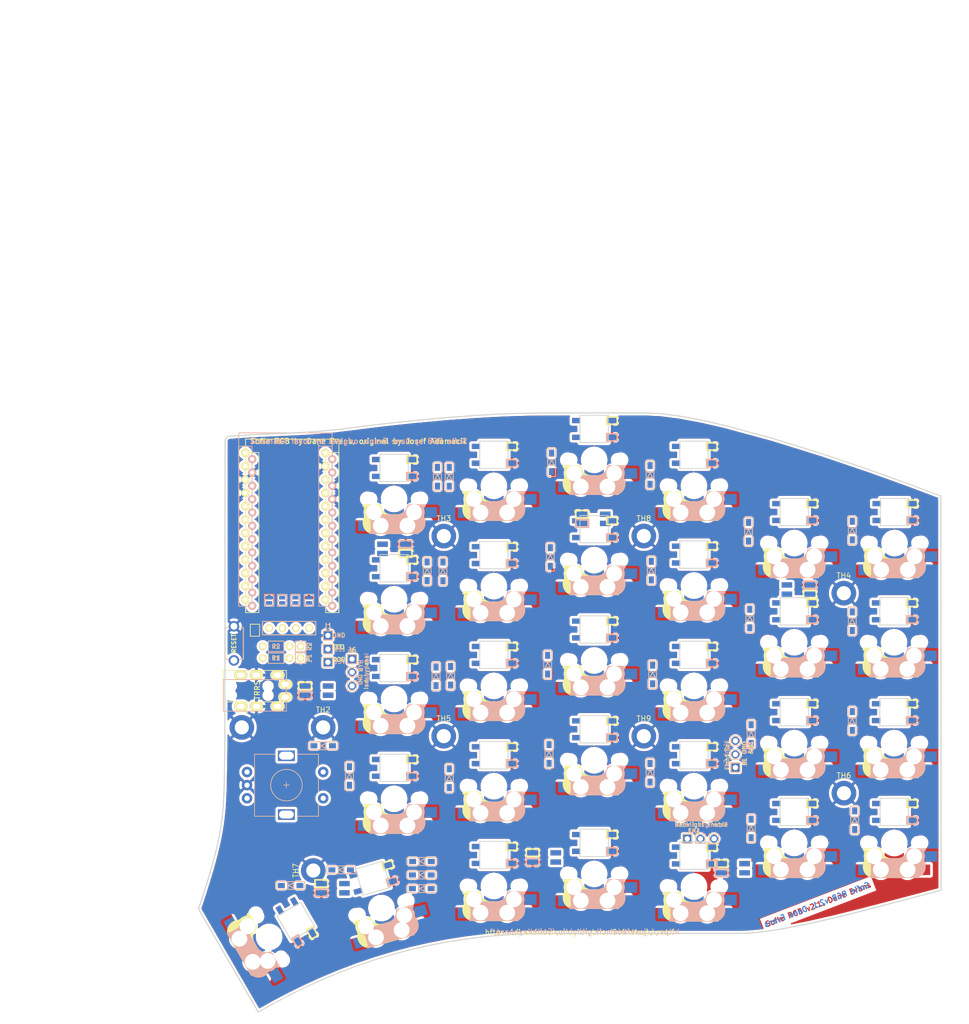
<source format=kicad_pcb>
(kicad_pcb (version 20211014) (generator pcbnew)
  (layers (0 "F.Cu" signal) (31 "B.Cu" signal) (34 "B.Paste" user) (35 "F.Paste" user) (36 "B.SilkS" user "B.Silkscreen") (37 "F.SilkS" user "F.Silkscreen") (38 "B.Mask" user) (39 "F.Mask" user) (44 "Edge.Cuts" user))
  (net 0 "")
  (net 1 "Net-(D1-Pad2)")
  (net 2 "row4")
  (net 3 "Net-(D2-Pad2)")
  (net 4 "Net-(D3-Pad2)")
  (net 5 "row0")
  (net 6 "Net-(D4-Pad2)")
  (net 7 "row1")
  (net 8 "Net-(D5-Pad2)")
  (net 9 "row2")
  (net 10 "Net-(D6-Pad2)")
  (net 11 "row3")
  (net 12 "Net-(D7-Pad2)")
  (net 13 "Net-(D8-Pad2)")
  (net 14 "Net-(D9-Pad2)")
  (net 15 "Net-(D10-Pad2)")
  (net 16 "Net-(D11-Pad2)")
  (net 17 "Net-(D12-Pad2)")
  (net 18 "Net-(D13-Pad2)")
  (net 19 "Net-(D14-Pad2)")
  (net 20 "Net-(D15-Pad2)")
  (net 21 "Net-(D16-Pad2)")
  (net 22 "Net-(D17-Pad2)")
  (net 23 "Net-(D18-Pad2)")
  (net 24 "Net-(D19-Pad2)")
  (net 25 "Net-(D20-Pad2)")
  (net 26 "Net-(D21-Pad2)")
  (net 27 "Net-(D22-Pad2)")
  (net 28 "Net-(D23-Pad2)")
  (net 29 "Net-(D24-Pad2)")
  (net 30 "Net-(D26-Pad2)")
  (net 31 "Net-(D27-Pad2)")
  (net 32 "Net-(D28-Pad2)")
  (net 33 "VCC")
  (net 34 "GND")
  (net 35 "col0")
  (net 36 "col1")
  (net 37 "col2")
  (net 38 "col3")
  (net 39 "col4")
  (net 40 "SDA")
  (net 41 "LED")
  (net 42 "SCL")
  (net 43 "RESET")
  (net 44 "Net-(D29-Pad2)")
  (net 47 "DATA")
  (net 48 "Net-(J3-Pad1)")
  (net 49 "Net-(J3-Pad2)")
  (net 50 "Net-(J3-Pad3)")
  (net 51 "Net-(J3-Pad4)")
  (net 52 "Net-(D30-Pad2)")
  (net 53 "SW25B")
  (net 54 "SW25A")
  (net 55 "ENCB")
  (net 56 "ENCA")
  (net 57 "/i2c_c")
  (net 58 "/i2c_d")
  (net 59 "Net-(D31-Pad1)")
  (net 60 "Net-(D31-Pad3)")
  (net 61 "Net-(D32-Pad3)")
  (net 62 "/underglow")
  (net 63 "Net-(D34-Pad1)")
  (net 64 "Net-(D35-Pad1)")
  (net 65 "Net-(D36-Pad1)")
  (net 66 "lights")
  (net 67 "Net-(D37-Pad3)")
  (net 68 "/backlight")
  (net 70 "Net-(SW1-Pad3)")
  (net 71 "Net-(SW1-Pad1)")
  (net 72 "Net-(SW2-Pad3)")
  (net 73 "Net-(SW3-Pad3)")
  (net 74 "Net-(SW3-Pad1)")
  (net 75 "Net-(SW10-Pad1)")
  (net 76 "Net-(SW5-Pad3)")
  (net 77 "Net-(SW11-Pad3)")
  (net 78 "Net-(SW12-Pad1)")
  (net 79 "Net-(SW13-Pad3)")
  (net 80 "Net-(SW14-Pad1)")
  (net 81 "Net-(SW15-Pad3)")
  (net 82 "Net-(SW10-Pad3)")
  (net 83 "Net-(SW11-Pad1)")
  (net 84 "Net-(SW12-Pad3)")
  (net 85 "Net-(SW13-Pad1)")
  (net 86 "Net-(SW14-Pad3)")
  (net 87 "Net-(SW15-Pad1)")
  (net 88 "Net-(SW16-Pad3)")
  (net 89 "Net-(SW17-Pad1)")
  (net 90 "Net-(SW18-Pad3)")
  (net 91 "Net-(SW20-Pad3)")
  (net 92 "Net-(SW21-Pad1)")
  (net 93 "Net-(SW22-Pad3)")
  (net 94 "Net-(SW23-Pad1)")
  (net 95 "Net-(SW24-Pad3)")
  (net 96 "Net-(SW26-Pad3)")
  (net 97 "Net-(SW28-Pad3)")
  (footprint "SofleKeyboard-footprint:RESISTOR_mini" (layer "F.Cu") (at 98.039272 80.311965)
    (fp_text reference "R1")
    (fp_text value "R" hide)
  )
  (footprint "SofleKeyboard-footprint:RESISTOR_mini" (layer "F.Cu") (at 98.039272 78.061965)
    (fp_text reference "R2")
    (fp_text value "R" hide)
  )
  (footprint "SofleKeyboard-footprint:MJ-4PP-9" (layer "F.Cu") (at 88 85.65 90)
    (fp_text reference "J2")
    (fp_text value "4PIN" hide)
  )
  (footprint "SofleKeyboard-footprint:1pin_conn" (layer "F.Cu") (at 102.7 80.3 -90)
    (fp_text reference "P1")
    (fp_text value "i2c_pin" hide)
  )
  (footprint "SofleKeyboard-footprint:1pin_conn" (layer "F.Cu") (at 102.7 78.1 -90)
    (fp_text reference "P2")
    (fp_text value "i2c_pin" hide)
  )
  (footprint "MountingHole:MountingHole_2.7mm_M2.5_DIN965_Pad" (layer "F.Cu") (at 129.975 57.075)
    (fp_text reference "TH3")
    (fp_text value "HOLE")
  )
  (footprint "MountingHole:MountingHole_2.7mm_M2.5_DIN965_Pad" (layer "F.Cu") (at 206.15 67.95)
    (fp_text reference "TH4")
    (fp_text value "HOLE")
  )
  (footprint "MountingHole:MountingHole_2.7mm_M2.5_DIN965_Pad" (layer "F.Cu") (at 129.96 95.17)
    (fp_text reference "TH5")
    (fp_text value "HOLE")
  )
  (footprint "MountingHole:MountingHole_2.7mm_M2.5_DIN965_Pad" (layer "F.Cu") (at 206.17 106.03)
    (fp_text reference "TH6")
    (fp_text value "HOLE")
  )
  (footprint "MountingHole:MountingHole_2.7mm_M2.5_DIN965_Pad" (layer "F.Cu") (at 105.12 120.76 90)
    (fp_text reference "TH7")
    (fp_text value "HOLE")
  )
  (footprint "SofleKeyboard-footprint:ProMicro" (layer "F.Cu") (at 101 56)
    (fp_text reference "U1" hide)
    (fp_text value "ProMicro" hide)
  )
  (footprint "SofleKeyboard-footprint:Jumper" (layer "F.Cu") (at 104.3 69.3 90)
    (fp_text reference "JP1" hide)
    (fp_text value "Jumper_NO_Small" hide)
  )
  (footprint "SofleKeyboard-footprint:Jumper" (layer "F.Cu") (at 101.7 69.3 90)
    (fp_text reference "JP2" hide)
    (fp_text value "Jumper_NO_Small" hide)
  )
  (footprint "SofleKeyboard-footprint:Jumper" (layer "F.Cu") (at 99.2 69.3 90)
    (fp_text reference "JP3" hide)
    (fp_text value "Jumper_NO_Small" hide)
  )
  (footprint "SofleKeyboard-footprint:TACT_SWITCH_TVBP06" (layer "F.Cu") (at 90 77.5 -90)
    (fp_text reference "RSW1" hide)
    (fp_text value "SW_RST" hide)
  )
  (footprint "SofleKeyboard-footprint:jumper_data" (layer "F.Cu") (at 94 75 -90)
    (fp_text reference "W1" hide)
    (fp_text value "jumper" hide)
  )
  (footprint "Diode_SMD:crkbd-diode" (layer "F.Cu") (at 128.75 45.775 -90)
    (fp_text reference "D1" hide)
    (fp_text value "D" hide)
  )
  (footprint "Diode_SMD:crkbd-diode" (layer "F.Cu") (at 131 45.7805 -90)
    (fp_text reference "D2" hide)
    (fp_text value "D" hide)
  )
  (footprint "Diode_SMD:crkbd-diode" (layer "F.Cu") (at 150.5 43.04 -90)
    (fp_text reference "D3" hide)
    (fp_text value "D" hide)
  )
  (footprint "Diode_SMD:crkbd-diode" (layer "F.Cu") (at 169.25 45.425 -90)
    (fp_text reference "D4" hide)
    (fp_text value "D" hide)
  )
  (footprint "Diode_SMD:crkbd-diode" (layer "F.Cu") (at 188 56.25 -90)
    (fp_text reference "D5" hide)
    (fp_text value "D" hide)
  )
  (footprint "Diode_SMD:crkbd-diode" (layer "F.Cu") (at 207.75 56.025 -90)
    (fp_text reference "D6" hide)
    (fp_text value "D" hide)
  )
  (footprint "Diode_SMD:crkbd-diode" (layer "F.Cu") (at 126.8 63.775 -90)
    (fp_text reference "D7" hide)
    (fp_text value "D" hide)
  )
  (footprint "Diode_SMD:crkbd-diode" (layer "F.Cu") (at 129.8 63.8 -90)
    (fp_text reference "D8" hide)
    (fp_text value "D" hide)
  )
  (footprint "Diode_SMD:crkbd-diode" (layer "F.Cu") (at 150.25 61.065 -90)
    (fp_text reference "D9" hide)
    (fp_text value "D" hide)
  )
  (footprint "Diode_SMD:crkbd-diode" (layer "F.Cu") (at 169.5 63.65 -90)
    (fp_text reference "D10" hide)
    (fp_text value "D" hide)
  )
  (footprint "Diode_SMD:crkbd-diode" (layer "F.Cu") (at 188.25 72.775 -90)
    (fp_text reference "D11" hide)
    (fp_text value "D" hide)
  )
  (footprint "Diode_SMD:crkbd-diode" (layer "F.Cu") (at 207.75 73.275 -90)
    (fp_text reference "D12" hide)
    (fp_text value "D" hide)
  )
  (footprint "Diode_SMD:crkbd-diode" (layer "F.Cu") (at 128.5 83.775 -90)
    (fp_text reference "D13" hide)
    (fp_text value "D" hide)
  )
  (footprint "Diode_SMD:crkbd-diode" (layer "F.Cu") (at 131.25 83.675 -90)
    (fp_text reference "D14" hide)
    (fp_text value "D" hide)
  )
  (footprint "Diode_SMD:crkbd-diode" (layer "F.Cu") (at 149.75 81.565 -90)
    (fp_text reference "D15" hide)
    (fp_text value "D" hide)
  )
  (footprint "Diode_SMD:crkbd-diode" (layer "F.Cu") (at 169.725 83.425 -90)
    (fp_text reference "D16" hide)
    (fp_text value "D" hide)
  )
  (footprint "Diode_SMD:crkbd-diode" (layer "F.Cu") (at 188.5 94.775 -90)
    (fp_text reference "D17" hide)
    (fp_text value "D" hide)
  )
  (footprint "Diode_SMD:crkbd-diode" (layer "F.Cu") (at 207.75 92.275 -90)
    (fp_text reference "D18" hide)
    (fp_text value "D" hide)
  )
  (footprint "Diode_SMD:crkbd-diode" (layer "F.Cu") (at 112 102.75 -90)
    (fp_text reference "D19" hide)
    (fp_text value "D" hide)
  )
  (footprint "Diode_SMD:crkbd-diode" (layer "F.Cu") (at 131 103.175 -90)
    (fp_text reference "D20" hide)
    (fp_text value "D" hide)
  )
  (footprint "Diode_SMD:crkbd-diode" (layer "F.Cu") (at 150 98.565 -90)
    (fp_text reference "D21" hide)
    (fp_text value "D" hide)
  )
  (footprint "Diode_SMD:crkbd-diode" (layer "F.Cu") (at 169.25 102.15 -90)
    (fp_text reference "D22" hide)
    (fp_text value "D" hide)
  )
  (footprint "Diode_SMD:crkbd-diode" (layer "F.Cu") (at 188.5 112.75 -90)
    (fp_text reference "D23" hide)
    (fp_text value "D" hide)
  )
  (footprint "Diode_SMD:crkbd-diode" (layer "F.Cu") (at 208.2 111.175 -90)
    (fp_text reference "D24" hide)
    (fp_text value "D" hide)
  )
  (footprint "Diode_SMD:crkbd-diode" (layer "F.Cu") (at 107 97)
    (fp_text reference "D25" hide)
    (fp_text value "D" hide)
  )
  (footprint "Diode_SMD:crkbd-diode" (layer "F.Cu") (at 100.8 123.6)
    (fp_text reference "D26" hide)
    (fp_text value "D" hide)
  )
  (footprint "Diode_SMD:crkbd-diode" (layer "F.Cu") (at 110.4248 120.6248)
    (fp_text reference "D27" hide)
    (fp_text value "D" hide)
  )
  (footprint "Diode_SMD:crkbd-diode" (layer "F.Cu") (at 125.775 124.2)
    (fp_text reference "D28" hide)
    (fp_text value "D" hide)
  )
  (footprint "Diode_SMD:crkbd-diode" (layer "F.Cu") (at 125.775 121.6)
    (fp_text reference "D29" hide)
    (fp_text value "D" hide)
  )
  (footprint "SofleRGB:5050_and_cherry" (layer "F.Cu") (at 120.5 50 180)
    (fp_text reference "SW1" hide)
    (fp_text value "SW_PUSH-MX_W_LED" hide)
    (fp_line (start 2.7 8.5) (end -2.7 8.5) (layer "Edge.Cuts") (width 0.15))
    (fp_line (start 2.7 3.3) (end 2.7 8.5) (layer "Edge.Cuts") (width 0.15))
    (fp_line (start -2.7 3.3) (end -2.7 8.5) (layer "Edge.Cuts") (width 0.15))
    (fp_line (start -2.7 3.3) (end 2.7 3.3) (layer "Edge.Cuts") (width 0.15))
  )
  (footprint "SofleRGB:5050_and_cherry" (layer "F.Cu") (at 139.5 47.5 180)
    (fp_text reference "SW2" hide)
    (fp_text value "SW_PUSH-MX_W_LED" hide)
    (fp_line (start 2.7 8.5) (end -2.7 8.5) (layer "Edge.Cuts") (width 0.15))
    (fp_line (start 2.7 3.3) (end 2.7 8.5) (layer "Edge.Cuts") (width 0.15))
    (fp_line (start -2.7 3.3) (end 2.7 3.3) (layer "Edge.Cuts") (width 0.15))
    (fp_line (start -2.7 3.3) (end -2.7 8.5) (layer "Edge.Cuts") (width 0.15))
  )
  (footprint "SofleRGB:5050_and_cherry" (layer "F.Cu") (at 158.6 42.57 180)
    (fp_text reference "SW3" hide)
    (fp_text value "SW_PUSH-MX_W_LED" hide)
    (fp_line (start -2.7 3.3) (end -2.7 8.5) (layer "Edge.Cuts") (width 0.15))
    (fp_line (start 2.7 8.5) (end -2.7 8.5) (layer "Edge.Cuts") (width 0.15))
    (fp_line (start -2.7 3.3) (end 2.7 3.3) (layer "Edge.Cuts") (width 0.15))
    (fp_line (start 2.7 3.3) (end 2.7 8.5) (layer "Edge.Cuts") (width 0.15))
  )
  (footprint "SofleRGB:5050_and_cherry" (layer "F.Cu") (at 177.6 47.5 180)
    (fp_text reference "SW4" hide)
    (fp_text value "SW_PUSH-MX_W_LED" hide)
    (fp_line (start 2.7 3.3) (end 2.7 8.5) (layer "Edge.Cuts") (width 0.15))
    (fp_line (start -2.7 3.3) (end -2.7 8.5) (layer "Edge.Cuts") (width 0.15))
    (fp_line (start 2.7 8.5) (end -2.7 8.5) (layer "Edge.Cuts") (width 0.15))
    (fp_line (start -2.7 3.3) (end 2.7 3.3) (layer "Edge.Cuts") (width 0.15))
  )
  (footprint "SofleRGB:5050_and_cherry" (layer "F.Cu") (at 196.7 58.4 180)
    (fp_text reference "SW5" hide)
    (fp_text value "SW_PUSH-MX_W_LED" hide)
    (fp_line (start 2.7 8.5) (end -2.7 8.5) (layer "Edge.Cuts") (width 0.15))
    (fp_line (start -2.7 3.3) (end 2.7 3.3) (layer "Edge.Cuts") (width 0.15))
    (fp_line (start -2.7 3.3) (end -2.7 8.5) (layer "Edge.Cuts") (width 0.15))
    (fp_line (start 2.7 3.3) (end 2.7 8.5) (layer "Edge.Cuts") (width 0.15))
  )
  (footprint "SofleRGB:5050_and_cherry" (layer "F.Cu") (at 120.5 69.1 180)
    (fp_text reference "SW7" hide)
    (fp_text value "SW_PUSH-MX_W_LED" hide)
    (fp_line (start 2.7 8.5) (end -2.7 8.5) (layer "Edge.Cuts") (width 0.15))
    (fp_line (start 2.7 3.3) (end 2.7 8.5) (layer "Edge.Cuts") (width 0.15))
    (fp_line (start -2.7 3.3) (end 2.7 3.3) (layer "Edge.Cuts") (width 0.15))
    (fp_line (start -2.7 3.3) (end -2.7 8.5) (layer "Edge.Cuts") (width 0.15))
  )
  (footprint "SofleRGB:5050_and_cherry" (layer "F.Cu") (at 139.5 66.6 180)
    (fp_text reference "SW8" hide)
    (fp_text value "SW_PUSH-MX_W_LED" hide)
    (fp_line (start 2.7 3.3) (end 2.7 8.5) (layer "Edge.Cuts") (width 0.15))
    (fp_line (start 2.7 8.5) (end -2.7 8.5) (layer "Edge.Cuts") (width 0.15))
    (fp_line (start -2.7 3.3) (end 2.7 3.3) (layer "Edge.Cuts") (width 0.15))
    (fp_line (start -2.7 3.3) (end -2.7 8.5) (layer "Edge.Cuts") (width 0.15))
  )
  (footprint "SofleRGB:5050_and_cherry" (layer "F.Cu") (at 158.6 61.66 180)
    (fp_text reference "SW9" hide)
    (fp_text value "SW_PUSH-MX_W_LED" hide)
    (fp_line (start 2.7 3.3) (end 2.7 8.5) (layer "Edge.Cuts") (width 0.15))
    (fp_line (start 2.7 8.5) (end -2.7 8.5) (layer "Edge.Cuts") (width 0.15))
    (fp_line (start -2.7 3.3) (end -2.7 8.5) (layer "Edge.Cuts") (width 0.15))
    (fp_line (start -2.7 3.3) (end 2.7 3.3) (layer "Edge.Cuts") (width 0.15))
  )
  (footprint "SofleRGB:5050_and_cherry" (layer "F.Cu") (at 177.6 66.5 180)
    (fp_text reference "SW10" hide)
    (fp_text value "SW_PUSH-MX_W_LED" hide)
    (fp_line (start -2.7 3.3) (end -2.7 8.5) (layer "Edge.Cuts") (width 0.15))
    (fp_line (start 2.7 8.5) (end -2.7 8.5) (layer "Edge.Cuts") (width 0.15))
    (fp_line (start -2.7 3.3) (end 2.7 3.3) (layer "Edge.Cuts") (width 0.15))
    (fp_line (start 2.7 3.3) (end 2.7 8.5) (layer "Edge.Cuts") (width 0.15))
  )
  (footprint "SofleRGB:5050_and_cherry" (layer "F.Cu") (at 196.7 77.3 180)
    (fp_text reference "SW11" hide)
    (fp_text value "SW_PUSH-MX_W_LED" hide)
    (fp_line (start 2.7 8.5) (end -2.7 8.5) (layer "Edge.Cuts") (width 0.15))
    (fp_line (start -2.7 3.3) (end 2.7 3.3) (layer "Edge.Cuts") (width 0.15))
    (fp_line (start 2.7 3.3) (end 2.7 8.5) (layer "Edge.Cuts") (width 0.15))
    (fp_line (start -2.7 3.3) (end -2.7 8.5) (layer "Edge.Cuts") (width 0.15))
  )
  (footprint "SofleRGB:5050_and_cherry" (layer "F.Cu") (at 215.7 77.3 180)
    (fp_text reference "SW12" hide)
    (fp_text value "SW_PUSH-MX_W_LED" hide)
    (fp_line (start -2.7 3.3) (end -2.7 8.5) (layer "Edge.Cuts") (width 0.15))
    (fp_line (start -2.7 3.3) (end 2.7 3.3) (layer "Edge.Cuts") (width 0.15))
    (fp_line (start 2.7 3.3) (end 2.7 8.5) (layer "Edge.Cuts") (width 0.15))
    (fp_line (start 2.7 8.5) (end -2.7 8.5) (layer "Edge.Cuts") (width 0.15))
  )
  (footprint "SofleRGB:5050_and_cherry" (layer "F.Cu") (at 120.5 88.1 180)
    (fp_text reference "SW13" hide)
    (fp_text value "SW_PUSH-MX_W_LED" hide)
    (fp_line (start 2.7 8.5) (end -2.7 8.5) (layer "Edge.Cuts") (width 0.15))
    (fp_line (start -2.7 3.3) (end -2.7 8.5) (layer "Edge.Cuts") (width 0.15))
    (fp_line (start 2.7 3.3) (end 2.7 8.5) (layer "Edge.Cuts") (width 0.15))
    (fp_line (start -2.7 3.3) (end 2.7 3.3) (layer "Edge.Cuts") (width 0.15))
  )
  (footprint "SofleRGB:5050_and_cherry" (layer "F.Cu") (at 139.5 85.6 180)
    (fp_text reference "SW14" hide)
    (fp_text value "SW_PUSH-MX_W_LED" hide)
    (fp_line (start -2.7 3.3) (end 2.7 3.3) (layer "Edge.Cuts") (width 0.15))
    (fp_line (start 2.7 3.3) (end 2.7 8.5) (layer "Edge.Cuts") (width 0.15))
    (fp_line (start -2.7 3.3) (end -2.7 8.5) (layer "Edge.Cuts") (width 0.15))
    (fp_line (start 2.7 8.5) (end -2.7 8.5) (layer "Edge.Cuts") (width 0.15))
  )
  (footprint "SofleRGB:5050_and_cherry" (layer "F.Cu") (at 158.6 80.76 180)
    (fp_text reference "SW15" hide)
    (fp_text value "SW_PUSH-MX_W_LED" hide)
    (fp_line (start -2.7 3.3) (end 2.7 3.3) (layer "Edge.Cuts") (width 0.15))
    (fp_line (start 2.7 3.3) (end 2.7 8.5) (layer "Edge.Cuts") (width 0.15))
    (fp_line (start 2.7 8.5) (end -2.7 8.5) (layer "Edge.Cuts") (width 0.15))
    (fp_line (start -2.7 3.3) (end -2.7 8.5) (layer "Edge.Cuts") (width 0.15))
  )
  (footprint "SofleRGB:5050_and_cherry" (layer "F.Cu") (at 177.6 85.6 180)
    (fp_text reference "SW16" hide)
    (fp_text value "SW_PUSH-MX_W_LED" hide)
    (fp_line (start -2.7 3.3) (end 2.7 3.3) (layer "Edge.Cuts") (width 0.15))
    (fp_line (start 2.7 8.5) (end -2.7 8.5) (layer "Edge.Cuts") (width 0.15))
    (fp_line (start 2.7 3.3) (end 2.7 8.5) (layer "Edge.Cuts") (width 0.15))
    (fp_line (start -2.7 3.3) (end -2.7 8.5) (layer "Edge.Cuts") (width 0.15))
  )
  (footprint "SofleRGB:5050_and_cherry" (layer "F.Cu") (at 196.7 96.5 180)
    (fp_text reference "SW17" hide)
    (fp_text value "SW_PUSH-MX_W_LED" hide)
    (fp_line (start 2.7 3.3) (end 2.7 8.5) (layer "Edge.Cuts") (width 0.15))
    (fp_line (start 2.7 8.5) (end -2.7 8.5) (layer "Edge.Cuts") (width 0.15))
    (fp_line (start -2.7 3.3) (end -2.7 8.5) (layer "Edge.Cuts") (width 0.15))
    (fp_line (start -2.7 3.3) (end 2.7 3.3) (layer "Edge.Cuts") (width 0.15))
  )
  (footprint "SofleRGB:5050_and_cherry" (layer "F.Cu") (at 215.7 96.5 180)
    (fp_text reference "SW18" hide)
    (fp_text value "SW_PUSH-MX_W_LED" hide)
    (fp_line (start 2.7 3.3) (end 2.7 8.5) (layer "Edge.Cuts") (width 0.15))
    (fp_line (start 2.7 8.5) (end -2.7 8.5) (layer "Edge.Cuts") (width 0.15))
    (fp_line (start -2.7 3.3) (end -2.7 8.5) (layer "Edge.Cuts") (width 0.15))
    (fp_line (start -2.7 3.3) (end 2.7 3.3) (layer "Edge.Cuts") (width 0.15))
  )
  (footprint "SofleRGB:5050_and_cherry" (layer "F.Cu") (at 120.5 107.1 180)
    (fp_text reference "SW19" hide)
    (fp_text value "SW_PUSH-MX_W_LED" hide)
    (fp_line (start -2.7 3.3) (end 2.7 3.3) (layer "Edge.Cuts") (width 0.15))
    (fp_line (start 2.7 3.3) (end 2.7 8.5) (layer "Edge.Cuts") (width 0.15))
    (fp_line (start 2.7 8.5) (end -2.7 8.5) (layer "Edge.Cuts") (width 0.15))
    (fp_line (start -2.7 3.3) (end -2.7 8.5) (layer "Edge.Cuts") (width 0.15))
  )
  (footprint "SofleRGB:5050_and_cherry" (layer "F.Cu") (at 139.5 104.7 180)
    (fp_text reference "SW20" hide)
    (fp_text value "SW_PUSH-MX_W_LED" hide)
    (fp_line (start -2.7 3.3) (end -2.7 8.5) (layer "Edge.Cuts") (width 0.15))
    (fp_line (start 2.7 3.3) (end 2.7 8.5) (layer "Edge.Cuts") (width 0.15))
    (fp_line (start -2.7 3.3) (end 2.7 3.3) (layer "Edge.Cuts") (width 0.15))
    (fp_line (start 2.7 8.5) (end -2.7 8.5) (layer "Edge.Cuts") (width 0.15))
  )
  (footprint "SofleRGB:5050_and_cherry" (layer "F.Cu") (at 158.6 99.76 180)
    (fp_text reference "SW21" hide)
    (fp_text value "SW_PUSH-MX_W_LED" hide)
    (fp_line (start -2.7 3.3) (end -2.7 8.5) (layer "Edge.Cuts") (width 0.15))
    (fp_line (start -2.7 3.3) (end 2.7 3.3) (layer "Edge.Cuts") (width 0.15))
    (fp_line (start 2.7 8.5) (end -2.7 8.5) (layer "Edge.Cuts") (width 0.15))
    (fp_line (start 2.7 3.3) (end 2.7 8.5) (layer "Edge.Cuts") (width 0.15))
  )
  (footprint "SofleRGB:5050_and_cherry" (layer "F.Cu") (at 177.6 104.7 180)
    (fp_text reference "SW22" hide)
    (fp_text value "SW_PUSH-MX_W_LED" hide)
    (fp_line (start -2.7 3.3) (end -2.7 8.5) (layer "Edge.Cuts") (width 0.15))
    (fp_line (start -2.7 3.3) (end 2.7 3.3) (layer "Edge.Cuts") (width 0.15))
    (fp_line (start 2.7 3.3) (end 2.7 8.5) (layer "Edge.Cuts") (width 0.15))
    (fp_line (start 2.7 8.5) (end -2.7 8.5) (layer "Edge.Cuts") (width 0.15))
  )
  (footprint "SofleRGB:5050_and_cherry" (layer "F.Cu") (at 196.7 115.5 180)
    (fp_text reference "SW23" hide)
    (fp_text value "SW_PUSH-MX_W_LED" hide)
    (fp_line (start 2.7 8.5) (end -2.7 8.5) (layer "Edge.Cuts") (width 0.15))
    (fp_line (start -2.7 3.3) (end 2.7 3.3) (layer "Edge.Cuts") (width 0.15))
    (fp_line (start -2.7 3.3) (end -2.7 8.5) (layer "Edge.Cuts") (width 0.15))
    (fp_line (start 2.7 3.3) (end 2.7 8.5) (layer "Edge.Cuts") (width 0.15))
  )
  (footprint "SofleRGB:5050_and_cherry" (layer "F.Cu") (at 215.75 115.5 180)
    (fp_text reference "SW24" hide)
    (fp_text value "SW_PUSH-MX_W_LED" hide)
    (fp_line (start -2.7 3.3) (end -2.7 8.5) (layer "Edge.Cuts") (width 0.15))
    (fp_line (start 2.7 3.3) (end 2.7 8.5) (layer "Edge.Cuts") (width 0.15))
    (fp_line (start -2.7 3.3) (end 2.7 3.3) (layer "Edge.Cuts") (width 0.15))
    (fp_line (start 2.7 8.5) (end -2.7 8.5) (layer "Edge.Cuts") (width 0.15))
  )
  (footprint "SofleRGB:5050_and_cherry" (layer "F.Cu") (at 96.71 133.4 120)
    (fp_text reference "SW26" hide)
    (fp_text value "SW_PUSH-MX_W_LED" hide)
    (fp_line (start -2.7 3.3) (end -2.7 8.5) (layer "Edge.Cuts") (width 0.15))
    (fp_line (start -2.7 3.3) (end 2.7 3.3) (layer "Edge.Cuts") (width 0.15))
    (fp_line (start 2.7 8.5) (end -2.7 8.5) (layer "Edge.Cuts") (width 0.15))
    (fp_line (start 2.7 3.3) (end 2.7 8.5) (layer "Edge.Cuts") (width 0.15))
  )
  (footprint "SofleRGB:5050_and_cherry" (layer "F.Cu") (at 139.5 123.7 180)
    (fp_text reference "SW28" hide)
    (fp_text value "SW_PUSH-MX_W_LED" hide)
    (fp_line (start -2.7 3.3) (end 2.7 3.3) (layer "Edge.Cuts") (width 0.15))
    (fp_line (start -2.7 3.3) (end -2.7 8.5) (layer "Edge.Cuts") (width 0.15))
    (fp_line (start 2.7 3.3) (end 2.7 8.5) (layer "Edge.Cuts") (width 0.15))
    (fp_line (start 2.7 8.5) (end -2.7 8.5) (layer "Edge.Cuts") (width 0.15))
  )
  (footprint "SofleRGB:5050_and_cherry" (layer "F.Cu") (at 158.6 121.4 180)
    (fp_text reference "SW29" hide)
    (fp_text value "SW_PUSH-MX_W_LED" hide)
    (fp_line (start 2.7 8.5) (end -2.7 8.5) (layer "Edge.Cuts") (width 0.15))
    (fp_line (start -2.7 3.3) (end 2.7 3.3) (layer "Edge.Cuts") (width 0.15))
    (fp_line (start 2.7 3.3) (end 2.7 8.5) (layer "Edge.Cuts") (width 0.15))
    (fp_line (start -2.7 3.3) (end -2.7 8.5) (layer "Edge.Cuts") (width 0.15))
  )
  (footprint "MountingHole:MountingHole_2.7mm_M2.5_DIN965_Pad" (layer "F.Cu") (at 91.5 93.5)
    (fp_text reference "TH1")
    (fp_text value "HOLE")
  )
  (footprint "SofleKeyboard-footprint:Jumper" (layer "F.Cu") (at 96.7 69.3 90)
    (fp_text reference "JP4" hide)
    (fp_text value "Jumper_NO_Small" hide)
  )
  (footprint "SofleKeyboard-footprint:LED" (layer "F.Cu") (at 107.9 81.1 180)
    (fp_text reference "J1")
    (fp_text value "LED" hide)
  )
  (footprint "SofleKeyboard-footprint:OLED_4Pin" (layer "F.Cu") (at 96.7 74.6)
    (fp_text reference "J3" hide)
    (fp_text value "OLED" hide)
  )
  (footprint "Diode_SMD:crkbd-diode" (layer "F.Cu") (at 125.805 119.02)
    (fp_text reference "D30" hide)
    (fp_text value "D" hide)
  )
  (footprint "MountingHole:MountingHole_2.7mm_M2.5_DIN965_Pad" (layer "F.Cu") (at 107 93.5)
    (fp_text reference "TH2")
    (fp_text value "HOLE")
  )
  (footprint "SofleKeyboard-footprint:RotaryEncoder_Alps_EC11E-Switch_Vertical_H20mm-keebio_modified" (layer "F.Cu") (at 100 104.5)
    (fp_text reference "SW25" hide)
    (fp_text value "Rotary_Encoder_Switch")
  )
  (footprint "LED_SMD:SK6812MINI_underglow_dev" (layer "F.Cu") (at 120.5 59.5 180)
    (fp_text reference "D31" hide)
    (fp_text value "LED_sk2812_SM" hide)
  )
  (footprint "LED_SMD:SK6812MINI_underglow_dev" (layer "F.Cu") (at 158.5 53.79)
    (fp_text reference "D32" hide)
    (fp_text value "LED_sk2812_SM" hide)
  )
  (footprint "LED_SMD:SK6812MINI_underglow_dev" (layer "F.Cu") (at 197.5 67.25 180)
    (fp_text reference "D33" hide)
    (fp_text value "LED_sk2812_SM" hide)
  )
  (footprint "LED_SMD:SK6812MINI_underglow_dev" (layer "F.Cu") (at 108.85 124.13)
    (fp_text reference "D34" hide)
    (fp_text value "LED_sk2812_SM" hide)
  )
  (footprint "LED_SMD:SK6812MINI_underglow_dev" (layer "F.Cu") (at 149.0836 118.2626)
    (fp_text reference "D35" hide)
    (fp_text value "LED_sk2812_SM" hide)
  )
  (footprint "LED_SMD:SK6812MINI_underglow_dev" (layer "F.Cu") (at 185.05 120.32)
    (fp_text reference "D36" hide)
    (fp_text value "LED_sk2812_SM" hide)
  )
  (footprint "LED_SMD:SK6812MINI_underglow_dev" (layer "F.Cu") (at 105.75 86.5)
    (fp_text reference "D37" hide)
    (fp_text value "LED_sk2812_SM" hide)
  )
  (footprint "Connector:3x1header" (layer "F.Cu") (at 185.5 101.15 180)
    (fp_text reference "J4" hide)
    (fp_text value "key leds" hide)
  )
  (footprint "Connector:3x1header" (layer "F.Cu") (at 176.327 114.7066 90)
    (fp_text reference "J5" hide)
    (fp_text value "backlight sel" hide)
  )
  (footprint "Connector:3x1header" (layer "F.Cu") (at 112.5 80.5)
    (fp_text reference "J6")
    (fp_text value "indicator bypass" hide)
  )
  (footprint "SofleRGB:5050_and_cherry" (layer "F.Cu") (at 177.6 123.8 180)
    (fp_text reference "SW30" hide)
    (fp_text value "SW_PUSH-MX_W_LED" hide)
    (fp_line (start -2.7 3.3) (end -2.7 8.5) (layer "Edge.Cuts") (width 0.15))
    (fp_line (start 2.7 8.5) (end -2.7 8.5) (layer "Edge.Cuts") (width 0.15))
    (fp_line (start 2.7 3.3) (end 2.7 8.5) (layer "Edge.Cuts") (width 0.15))
    (fp_line (start -2.7 3.3) (end 2.7 3.3) (layer "Edge.Cuts") (width 0.15))
  )
  (footprint "SofleRGB:5050_and_cherry" (layer "F.Cu") (at 118.1 127.9 -164)
    (fp_text reference "SW27" hide)
    (fp_text value "SW_PUSH-MX_W_LED" hide)
    (fp_line (start 2.7 3.3) (end 2.7 8.5) (layer "Edge.Cuts") (width 0.15))
    (fp_line (start 2.7 8.5) (end -2.7 8.5) (layer "Edge.Cuts") (width 0.15))
    (fp_line (start -2.7 3.3) (end -2.7 8.5) (layer "Edge.Cuts") (width 0.15))
    (fp_line (start -2.7 3.3) (end 2.7 3.3) (layer "Edge.Cuts") (width 0.15))
  )
  (footprint "dane:gecko-logo" (layer "F.Cu") (at 200.25 122.75)
    (fp_text reference "G***" hide)
    (fp_text value "LOGO" hide)
  )
  (footprint "SofleRGB:5050_and_cherry" (layer "F.Cu") (at 215.8 58.4 180)
    (fp_text reference "SW6" hide)
    (fp_text value "SW_PUSH-MX_W_LED" hide)
    (fp_line (start -2.7 3.3) (end 2.7 3.3) (layer "Edge.Cuts") (width 0.15))
    (fp_line (start 2.7 3.3) (end 2.7 8.5) (layer "Edge.Cuts") (width 0.15))
    (fp_line (start 2.7 8.5) (end -2.7 8.5) (layer "Edge.Cuts") (width 0.15))
    (fp_line (start -2.7 3.3) (end -2.7 8.5) (layer "Edge.Cuts") (width 0.15))
  )
  (footprint "MountingHole:MountingHole_2.7mm_M2.5_DIN965_Pad" (layer "F.Cu") (at 168.06 57.06)
    (fp_text reference "TH8")
    (fp_text value "HOLE")
  )
  (footprint "MountingHole:MountingHole_2.7mm_M2.5_DIN965_Pad" (layer "F.Cu") (at 168.06 95.18)
    (fp_text reference "TH9")
    (fp_text value "HOLE")
  )
  (footprint "SofleKeyboard-footprint:Jumper" (layer "B.Cu") (at 101.7 69.3 90)
    (fp_text reference "JP6" hide)
    (fp_text value "Jumper_NO_Small" hide)
  )
  (footprint "SofleKeyboard-footprint:Jumper" (layer "B.Cu") (at 99.2 69.3 90)
    (fp_text reference "JP7" hide)
    (fp_text value "Jumper_NO_Small" hide)
  )
  (footprint "SofleKeyboard-footprint:Jumper" (layer "B.Cu") (at 96.7 69.3 90)
    (fp_text reference "JP8" hide)
    (fp_text value "Jumper_NO_Small" hide)
  )
  (footprint "SofleKeyboard-footprint:Jumper" (layer "B.Cu") (at 104.3 69.3 90)
    (fp_text reference "JP5" hide)
    (fp_text value "Jumper_NO_Small" hide)
  )
  (footprint "dane:gecko-logo" (layer "B.Cu") (at 201 122.75 180)
    (fp_text reference "G***" hide)
    (fp_text value "LOGO" hide)
  )
  (gr_poly (pts (xy 171.160668 33.746143) (xy 174.856854 34.220078) (xy 178.957844 34.981704) (xy 183.36586 35.983537) (xy 192.711865 38.517893) (xy 202.112654 41.443278) (xy 210.786012 44.379827) (xy 217.949725 46.947673) (xy 224.619352 49.457789) (xy 224.667646 124.509454) (xy 214.86558 127.086909) (xy 209.69573 128.438173) (xy 204.524702 129.72827) (xy 199.486021 130.880055) (xy 194.71321 131.816385) (xy 192.468234 132.179646) (xy 190.339797 132.460115) (xy 188.34459 132.648148) (xy 186.499304 132.734102) (xy 149.65209 132.735002) (xy 145.686094 132.801444) (xy 141.805244 132.998648) (xy 138.006369 133.323429) (xy 134.286294 133.772603) (xy 130.641847 134.342987) (xy 127.069853 135.031397) (xy 123.567139 135.834648) (xy 120.130533 136.749557) (xy 116.756861 137.77294) (xy 113.442949 138.901612) (xy 110.185625 140.13239) (xy 106.981714 141.462091) (xy 103.828044 142.887528) (xy 100.721441 144.40552) (xy 97.658731 146.012882) (xy 94.636743 147.70643) (xy 83.25276 128.083879) (xy 84.188667 125.255766) (xy 84.99509 122.705183) (xy 85.682006 120.398604) (xy 86.259389 118.302505) (xy 86.737215 116.383359) (xy 87.125459 114.607641) (xy 87.434097 112.941825) (xy 87.673104 111.352386) (xy 87.852455 109.805799) (xy 87.982126 108.268539) (xy 88.132329 105.087893) (xy 88.275488 97.363393) (xy 88.275442 97.363386) (xy 88.315843 39.059215) (xy 88.31683 39.011382) (xy 88.319783 38.964024) (xy 88.324689 38.917201) (xy 88.331536 38.870972) (xy 88.34031 38.825396) (xy 88.350999 38.780533) (xy 88.36359 38.736443) (xy 88.378071 38.693184) (xy 88.394429 38.650817) (xy 88.412651 38.6094) (xy 88.432724 38.568994) (xy 88.454637 38.529658) (xy 88.478375 38.491451) (xy 88.503926 38.454433) (xy 88.531279 38.418663) (xy 88.560419 38.384202) (xy 88.591334 38.351107) (xy 88.624012 38.319439) (xy 88.658439 38.289257) (xy 88.694604 38.260621) (xy 88.732493 38.233591) (xy 88.772094 38.208225) (xy 88.813394 38.184583) (xy 88.85638 38.162725) (xy 88.90104 38.142711) (xy 88.94736 38.124599) (xy 88.995329 38.108449) (xy 89.044933 38.094321) (xy 89.09616 38.082274) (xy 89.148997 38.072367) (xy 89.203432 38.064661) (xy 89.25945 38.059215) (xy 92.198499 37.851715) (xy 95.045137 37.699518) (xy 100.620299 37.454486) (xy 103.42838 37.308374) (xy 106.303168 37.111017) (xy 109.284442 36.835774) (xy 112.41198 36.45601) (xy 115.818434 36.016164) (xy 119.657015 35.565143) (xy 124.546288 35.047869) (xy 130.206593 34.530199) (xy 136.358274 34.077992) (xy 139.530986 33.897018) (xy 142.721671 33.757107) (xy 145.89537 33.66649) (xy 149.017126 33.633401) (xy 167.967062 33.607381)) (layer "Edge.Cuts") (width 0.2) (fill none))
  (gr_text "Sofle RGB v2.1, Dane Evans" (at 201.25 127.25 21) (layer "F.Cu") (effects (font (size 1 1) (thickness 0.2))))
  (gr_text "Sofle RGB v2.1, Dane Evans" (at 201 127.25 21) (layer "B.Cu") (effects (font (size 1 1) (thickness 0.2)) (justify mirror)))
  (gr_text "BYP" (at 114.15 81.73 90) (layer "B.SilkS") (effects (font (size 0.8 0.8)) (justify mirror)))
  (gr_text "IND" (at 114.07 84.4 90) (layer "B.SilkS") (effects (font (size 0.8 0.8)) (justify mirror)))
  (gr_text "ENA" (at 177.6 113.2) (layer "B.SilkS") (effects (font (size 0.8 0.8)) (justify mirror)))
  (gr_text "Backlight enable" (at 179 112) (layer "B.SilkS") (effects (font (size 0.8 0.8)) (justify mirror)))
  (gr_text "UND" (at 187.27 97.42 90) (layer "B.SilkS") (effects (font (size 0.8 0.8)) (justify mirror)))
  (gr_text "BL" (at 187.21 100.17 90) (layer "B.SilkS") (effects (font (size 0.8 0.8)) (justify mirror)))
  (gr_text "Light Sel" (at 183.79 98.7 90) (layer "B.SilkS") (effects (font (size 0.8 0.8)) (justify mirror)))
  (gr_text "Sofle RGB by Dane Evans, original by Josef Adamacik" (at 113.75 39) (layer "B.SilkS") (effects (font (size 1 1) (thickness 0.2)) (justify mirror)))
  (gr_text "&BL" (at 188.41 97.37 90) (layer "B.SilkS") (effects (font (size 0.8 0.8)) (justify mirror)))
  (gr_text "Ind bypass" (at 115.2 82.6 90) (layer "B.SilkS") (effects (font (size 0.8 0.8)) (justify mirror)))
  (gr_text "https://josefadamcik.github.io/SofleKeyboard/" (at 156.9182 132.4021) (layer "B.SilkS") (effects (font (size 1 1)) (justify mirror)))
  (gr_text "Backlight enable" (at 179 112) (layer "F.SilkS") (effects (font (size 0.8 0.8))))
  (gr_text "Light Sel" (at 183.94 98.91 90) (layer "F.SilkS") (effects (font (size 0.8 0.8))))
  (gr_text "Ind bypass" (at 115.2 83 90) (layer "F.SilkS") (effects (font (size 0.8 0.8))))
  (gr_text "https://josefadamcik.github.io/SofleKeyboard/" (at 155.75 132.5) (layer "F.SilkS") (effects (font (size 1 1))))
  (gr_text "Sofle RGB by Dane Evans, original by Josef Adamacik" (at 113.75 39) (layer "F.SilkS") (effects (font (size 1 1) (thickness 0.2))))
  (gr_text "&BL" (at 188.4 97.4 90) (layer "F.SilkS") (effects (font (size 0.8 0.8))))
  (gr_text "IND" (at 114.04 84.41 90) (layer "F.SilkS") (effects (font (size 0.8 0.8))))
  (gr_text "UND" (at 187.22 97.33 90) (layer "F.SilkS") (effects (font (size 0.8 0.8))))
  (gr_text "BL" (at 187.24 100.06 90) (layer "F.SilkS") (effects (font (size 0.8 0.8))))
  (gr_text "BYP" (at 114.1 81.77 90) (layer "F.SilkS") (effects (font (size 0.8 0.8))))
  (gr_text "VCC" (at 110 80.6) (layer "F.SilkS") (effects (font (size 0.8 0.8))))
  (gr_text "ENA" (at 177.6 113.2) (layer "F.SilkS") (effects (font (size 0.8 0.8))))
  (gr_text "LED" (at 109.96 78.2) (layer "F.SilkS") (effects (font (size 0.8 0.8))))
  (zone (net 34) (net_name "GND") (layers F&B.Cu) (connect_pads (clearance 0.5)) (min_thickness 0.254) (fill yes (thermal_gap 0.508) (thermal_bridge_width 0.508))
    (polygon (pts (xy 230 150) (xy 75 150) (xy 75 30) (xy 230 30)))
  )
)
</source>
